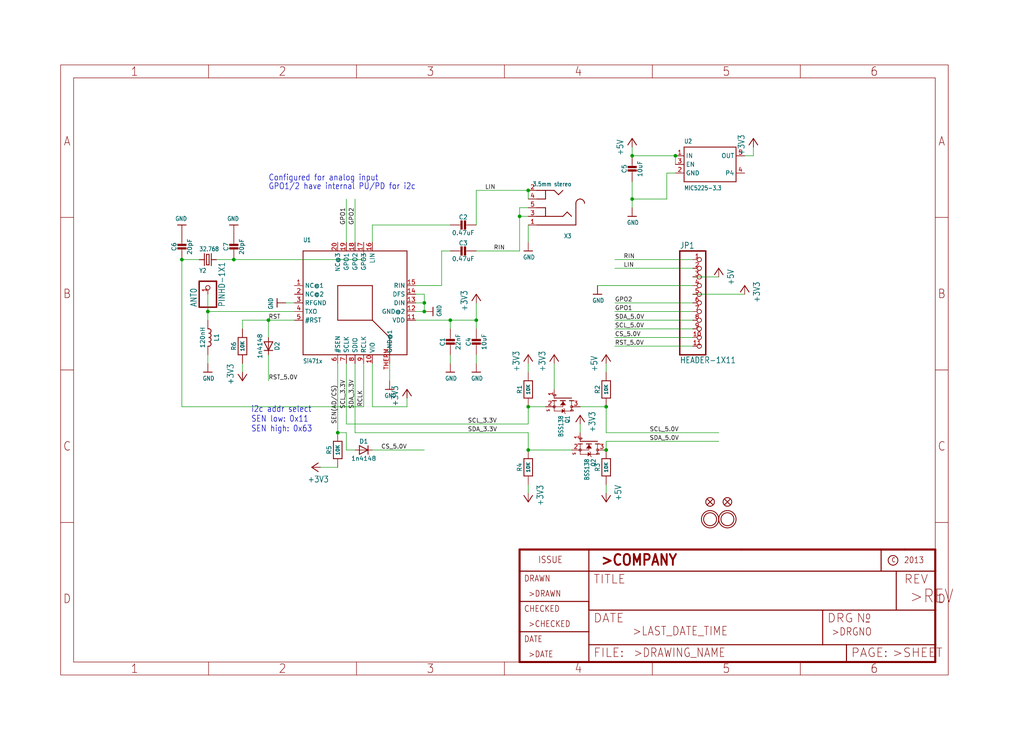
<source format=kicad_sch>
(kicad_sch (version 20211123) (generator eeschema)
  (paper "User" 300.38 217.881)
  (lib_symbols
    (symbol "eagleSchem-eagle-import:+3V3" (power)
      (property "Value" "+3V3" (at -2.54 -5.08 90))
      (symbol "+3V3_1_0"
        (polyline (pts (xy 0 0) (xy -1.27 -1.905)) (stroke (width 0.254)))
        (polyline (pts (xy 1.27 -1.905) (xy 0 0)) (stroke (width 0.254)))
        (pin power_in line (at 0 -2.54 90) (length 2.54) (name "+3V3") (number "1"))
      )
    )
    (symbol "eagleSchem-eagle-import:+5V" (power)
      (property "Value" "+5V" (at -2.54 -5.08 90))
      (symbol "+5V_1_0"
        (polyline (pts (xy 0 0) (xy -1.27 -1.905)) (stroke (width 0.254)))
        (polyline (pts (xy 1.27 -1.905) (xy 0 0)) (stroke (width 0.254)))
        (pin power_in line (at 0 -2.54 90) (length 2.54) (name "+5V") (number "1"))
      )
    )
    (symbol "eagleSchem-eagle-import:AUDIO_3.5MMJACK"
      (property "Reference" "X" (at -5.08 7.62 0))
      (property "Value" "AUDIO_3.5MMJACK" (at -5.08 -7.62 0))
      (symbol "AUDIO_3.5MMJACK_1_0"
        (arc (start -8.89 -1.27) (mid -8.518 -2.168) (end -7.62 -2.54) (stroke (width 0.254)))
        (arc (start -7.62 -2.54) (mid -6.722 -2.168) (end -6.35 -1.27) (stroke (width 0.254)))
        (polyline (pts (xy -6.35 5.08) (xy -6.35 -1.27)) (stroke (width 0.254)))
        (polyline (pts (xy -3.81 1.27) (xy -5.08 2.54)) (stroke (width 0.254)))
        (polyline (pts (xy -2.54 2.54) (xy -3.81 1.27)) (stroke (width 0.254)))
        (polyline (pts (xy -1.27 -3.81) (xy -2.54 -5.08)) (stroke (width 0.254)))
        (polyline (pts (xy 0 -5.08) (xy -1.27 -3.81)) (stroke (width 0.254)))
        (polyline (pts (xy 2.54 -5.08) (xy 0 -5.08)) (stroke (width 0.254)))
        (polyline (pts (xy 2.54 -2.54) (xy 2.54 -5.08)) (stroke (width 0.254)))
        (polyline (pts (xy 2.54 0) (xy 2.54 2.54)) (stroke (width 0.254)))
        (polyline (pts (xy 2.54 2.54) (xy -2.54 2.54)) (stroke (width 0.254)))
        (polyline (pts (xy 5.08 -5.08) (xy 2.54 -5.08)) (stroke (width 0.254)))
        (polyline (pts (xy 5.08 -2.54) (xy 2.54 -2.54)) (stroke (width 0.254)))
        (polyline (pts (xy 5.08 0) (xy 2.54 0)) (stroke (width 0.254)))
        (polyline (pts (xy 5.08 2.54) (xy 2.54 2.54)) (stroke (width 0.254)))
        (polyline (pts (xy 5.08 5.08) (xy -6.35 5.08)) (stroke (width 0.254)))
        (pin bidirectional line (at 7.62 5.08 180) (length 2.54) (name "P$1") (number "1"))
        (pin bidirectional line (at 7.62 -5.08 180) (length 2.54) (name "P$5") (number "2"))
        (pin bidirectional line (at 7.62 2.54 180) (length 2.54) (name "P$2") (number "3"))
        (pin bidirectional line (at 7.62 -2.54 180) (length 2.54) (name "P$4") (number "4"))
        (pin bidirectional line (at 7.62 0 180) (length 2.54) (name "P$3") (number "5"))
      )
    )
    (symbol "eagleSchem-eagle-import:CAP_CERAMIC0805-NOOUTLINE"
      (property "Reference" "C" (at -2.29 1.25 90))
      (property "Value" "CAP_CERAMIC0805-NOOUTLINE" (at 2.3 1.25 90))
      (symbol "CAP_CERAMIC0805-NOOUTLINE_1_0"
        (rectangle (start -1.27 0.508) (end 1.27 1.016) (fill (type outline)))
        (rectangle (start -1.27 1.524) (end 1.27 2.032) (fill (type outline)))
        (polyline (pts (xy 0 0.762) (xy 0 0)) (stroke (width 0.1524)))
        (polyline (pts (xy 0 2.54) (xy 0 1.778)) (stroke (width 0.1524)))
        (pin passive line (at 0 5.08 270) (length 2.54) (name "1") (number "1"))
        (pin passive line (at 0 -2.54 90) (length 2.54) (name "2") (number "2"))
      )
    )
    (symbol "eagleSchem-eagle-import:CRYSTAL8.0X3.8"
      (property "Reference" "Y" (at -2.54 2.54 0))
      (property "Value" "CRYSTAL8.0X3.8" (at -2.54 -3.81 0))
      (symbol "CRYSTAL8.0X3.8_1_0"
        (polyline (pts (xy -2.54 0) (xy -1.016 0)) (stroke (width 0.254)))
        (polyline (pts (xy -1.016 0) (xy -1.016 -1.778)) (stroke (width 0.254)))
        (polyline (pts (xy -1.016 1.778) (xy -1.016 0)) (stroke (width 0.254)))
        (polyline (pts (xy -0.381 -1.524) (xy 0.381 -1.524)) (stroke (width 0.254)))
        (polyline (pts (xy -0.381 1.524) (xy -0.381 -1.524)) (stroke (width 0.254)))
        (polyline (pts (xy 0.381 -1.524) (xy 0.381 1.524)) (stroke (width 0.254)))
        (polyline (pts (xy 0.381 1.524) (xy -0.381 1.524)) (stroke (width 0.254)))
        (polyline (pts (xy 1.016 0) (xy 1.016 -1.778)) (stroke (width 0.254)))
        (polyline (pts (xy 1.016 1.778) (xy 1.016 0)) (stroke (width 0.254)))
        (polyline (pts (xy 2.54 0) (xy 1.016 0)) (stroke (width 0.254)))
        (pin passive line (at -2.54 0 0) (length 0) (name "1") (number "P$1"))
        (pin passive line (at 2.54 0 180) (length 0) (name "2") (number "P$4"))
      )
    )
    (symbol "eagleSchem-eagle-import:DIODESOD-323"
      (property "Reference" "D" (at 0 2.54 0))
      (property "Value" "DIODESOD-323" (at 0 -2.5 0))
      (symbol "DIODESOD-323_1_0"
        (polyline (pts (xy -1.27 -1.27) (xy 1.27 0)) (stroke (width 0.254)))
        (polyline (pts (xy -1.27 1.27) (xy -1.27 -1.27)) (stroke (width 0.254)))
        (polyline (pts (xy 1.27 0) (xy -1.27 1.27)) (stroke (width 0.254)))
        (polyline (pts (xy 1.27 0) (xy 1.27 -1.27)) (stroke (width 0.254)))
        (polyline (pts (xy 1.27 1.27) (xy 1.27 0)) (stroke (width 0.254)))
        (pin passive line (at -2.54 0 0) (length 2.54) (name "A") (number "A"))
        (pin passive line (at 2.54 0 180) (length 2.54) (name "C") (number "C"))
      )
    )
    (symbol "eagleSchem-eagle-import:FIDUCIAL{dblquote}{dblquote}"
      (symbol "FIDUCIAL{dblquote}{dblquote}_1_0"
        (polyline (pts (xy -0.762 0.762) (xy 0.762 -0.762)) (stroke (width 0.254)))
        (polyline (pts (xy 0.762 0.762) (xy -0.762 -0.762)) (stroke (width 0.254)))
        (circle (center 0 0) (radius 1.27) (stroke (width 0.254)))
      )
    )
    (symbol "eagleSchem-eagle-import:FRAME_A4"
      (symbol "FRAME_A4_1_0"
        (polyline (pts (xy 0 44.7675) (xy 3.81 44.7675)))
        (polyline (pts (xy 0 89.535) (xy 3.81 89.535)))
        (polyline (pts (xy 0 134.3025) (xy 3.81 134.3025)))
        (polyline (pts (xy 3.81 3.81) (xy 3.81 175.26)))
        (polyline (pts (xy 43.3917 0) (xy 43.3917 3.81)))
        (polyline (pts (xy 43.3917 175.26) (xy 43.3917 179.07)))
        (polyline (pts (xy 86.7833 0) (xy 86.7833 3.81)))
        (polyline (pts (xy 86.7833 175.26) (xy 86.7833 179.07)))
        (polyline (pts (xy 130.175 0) (xy 130.175 3.81)))
        (polyline (pts (xy 130.175 175.26) (xy 130.175 179.07)))
        (polyline (pts (xy 173.5667 0) (xy 173.5667 3.81)))
        (polyline (pts (xy 173.5667 175.26) (xy 173.5667 179.07)))
        (polyline (pts (xy 216.9583 0) (xy 216.9583 3.81)))
        (polyline (pts (xy 216.9583 175.26) (xy 216.9583 179.07)))
        (polyline (pts (xy 256.54 3.81) (xy 3.81 3.81)))
        (polyline (pts (xy 256.54 3.81) (xy 256.54 8.89)) (stroke (width 0.1016)))
        (polyline (pts (xy 256.54 3.81) (xy 256.54 175.26)))
        (polyline (pts (xy 256.54 8.89) (xy 256.54 13.97)) (stroke (width 0.1016)))
        (polyline (pts (xy 256.54 13.97) (xy 256.54 19.05)) (stroke (width 0.1016)))
        (polyline (pts (xy 256.54 19.05) (xy 256.54 36.83)) (stroke (width 0.1016)))
        (polyline (pts (xy 256.54 44.7675) (xy 260.35 44.7675)))
        (polyline (pts (xy 256.54 89.535) (xy 260.35 89.535)))
        (polyline (pts (xy 256.54 134.3025) (xy 260.35 134.3025)))
        (polyline (pts (xy 256.54 175.26) (xy 3.81 175.26)))
        (polyline (pts (xy 0 0) (xy 260.35 0) (xy 260.35 179.07) (xy 0 179.07) (xy 0 0)))
        (text "1" (at 21.6958 1.905 0) (effects (font (size 2.54 2.286))))
        (text "1" (at 21.6958 177.165 0) (effects (font (size 2.54 2.286))))
        (text "2" (at 65.0875 1.905 0) (effects (font (size 2.54 2.286))))
        (text "2" (at 65.0875 177.165 0) (effects (font (size 2.54 2.286))))
        (text "3" (at 108.4792 1.905 0) (effects (font (size 2.54 2.286))))
        (text "3" (at 108.4792 177.165 0) (effects (font (size 2.54 2.286))))
        (text "4" (at 151.8708 1.905 0) (effects (font (size 2.54 2.286))))
        (text "4" (at 151.8708 177.165 0) (effects (font (size 2.54 2.286))))
        (text "5" (at 195.2625 1.905 0) (effects (font (size 2.54 2.286))))
        (text "5" (at 195.2625 177.165 0) (effects (font (size 2.54 2.286))))
        (text "6" (at 238.6542 1.905 0) (effects (font (size 2.54 2.286))))
        (text "6" (at 238.6542 177.165 0) (effects (font (size 2.54 2.286))))
        (text "A" (at 1.905 156.6863 0) (effects (font (size 2.54 2.286))))
        (text "A" (at 258.445 156.6863 0) (effects (font (size 2.54 2.286))))
        (text "B" (at 1.905 111.9188 0) (effects (font (size 2.54 2.286))))
        (text "B" (at 258.445 111.9188 0) (effects (font (size 2.54 2.286))))
        (text "C" (at 1.905 67.1513 0) (effects (font (size 2.54 2.286))))
        (text "C" (at 258.445 67.1513 0) (effects (font (size 2.54 2.286))))
        (text "D" (at 1.905 22.3838 0) (effects (font (size 2.54 2.286))))
        (text "D" (at 258.445 22.3838 0) (effects (font (size 2.54 2.286))))
      )
      (symbol "FRAME_A4_2_0"
        (polyline (pts (xy 1.27 -6.35) (xy 1.27 0)) (stroke (width 0.1016)))
        (polyline (pts (xy 1.27 0) (xy 82.55 0)) (stroke (width 0.1016)))
        (polyline (pts (xy 82.55 -6.35) (xy 1.27 -6.35)) (stroke (width 0.1016)))
        (polyline (pts (xy 82.55 0) (xy 82.55 -6.35)) (stroke (width 0.1016)))
        (text "PART OR WHOLE IS STRICTLY PROHIBITED WITHOUT WRITTEN PERMISSION!" (at 3.81 -5.08 0) (effects (font (size 1.27 1.0795)) (justify left bottom)))
        (text "PROPRIETARY" (at 3.81 -10.16 0) (effects (font (size 2.54 2.159) (thickness 0.4318) bold) (justify left bottom)))
        (text "THIS DRAWING CONTAINS CONFIDENTIAL INFORMATION. ANY REPRODUCTION IN" (at 3.81 -2.794 0) (effects (font (size 1.27 1.0795)) (justify left bottom)))
      )
      (symbol "FRAME_A4_3_0"
        (polyline (pts (xy 0 1.27) (xy 20.32 1.27)) (stroke (width 0.6096)))
        (polyline (pts (xy 0 10.16) (xy 0 1.27)) (stroke (width 0.6096)))
        (polyline (pts (xy 0 10.16) (xy 20.32 10.16)) (stroke (width 0.3048)))
        (polyline (pts (xy 0 19.05) (xy 0 10.16)) (stroke (width 0.6096)))
        (polyline (pts (xy 0 19.05) (xy 20.32 19.05)) (stroke (width 0.3048)))
        (polyline (pts (xy 0 27.94) (xy 0 19.05)) (stroke (width 0.6096)))
        (polyline (pts (xy 0 27.94) (xy 20.32 27.94)) (stroke (width 0.3048)))
        (polyline (pts (xy 0 34.29) (xy 0 27.94)) (stroke (width 0.6096)))
        (polyline (pts (xy 20.32 1.27) (xy 20.32 6.35)) (stroke (width 0.3048)))
        (polyline (pts (xy 20.32 1.27) (xy 95.885 1.27)) (stroke (width 0.6096)))
        (polyline (pts (xy 20.32 6.35) (xy 20.32 10.16)) (stroke (width 0.3048)))
        (polyline (pts (xy 20.32 6.35) (xy 88.9 6.35)) (stroke (width 0.3048)))
        (polyline (pts (xy 20.32 10.16) (xy 20.32 19.05)) (stroke (width 0.3048)))
        (polyline (pts (xy 20.32 16.51) (xy 20.32 19.05)) (stroke (width 0.3048)))
        (polyline (pts (xy 20.32 19.05) (xy 20.32 27.94)) (stroke (width 0.3048)))
        (polyline (pts (xy 20.32 27.94) (xy 20.32 34.29)) (stroke (width 0.3048)))
        (polyline (pts (xy 20.32 27.94) (xy 65.0875 27.94)) (stroke (width 0.3048)))
        (polyline (pts (xy 20.32 34.29) (xy 0 34.29)) (stroke (width 0.6096)))
        (polyline (pts (xy 65.0875 27.94) (xy 106.045 27.94)) (stroke (width 0.3048)))
        (polyline (pts (xy 65.0875 34.29) (xy 20.32 34.29)) (stroke (width 0.6096)))
        (polyline (pts (xy 88.9 6.35) (xy 95.885 6.35)) (stroke (width 0.3048)))
        (polyline (pts (xy 88.9 16.51) (xy 20.32 16.51)) (stroke (width 0.3048)))
        (polyline (pts (xy 88.9 16.51) (xy 88.9 6.35)) (stroke (width 0.3048)))
        (polyline (pts (xy 95.885 1.27) (xy 121.92 1.27)) (stroke (width 0.6096)))
        (polyline (pts (xy 95.885 6.35) (xy 95.885 1.27)) (stroke (width 0.3048)))
        (polyline (pts (xy 95.885 6.35) (xy 121.92 6.35)) (stroke (width 0.3048)))
        (polyline (pts (xy 101.6 13.0175) (xy 102.5525 13.0175)) (stroke (width 0.254)))
        (polyline (pts (xy 106.045 27.94) (xy 106.045 34.29)) (stroke (width 0.3048)))
        (polyline (pts (xy 106.045 27.94) (xy 110.49 27.94)) (stroke (width 0.3048)))
        (polyline (pts (xy 106.045 34.29) (xy 65.0875 34.29)) (stroke (width 0.6096)))
        (polyline (pts (xy 110.49 16.51) (xy 88.9 16.51)) (stroke (width 0.3048)))
        (polyline (pts (xy 110.49 27.94) (xy 110.49 16.51)) (stroke (width 0.3048)))
        (polyline (pts (xy 110.49 27.94) (xy 113.03 27.94)) (stroke (width 0.3048)))
        (polyline (pts (xy 113.03 27.94) (xy 121.92 27.94)) (stroke (width 0.3048)))
        (polyline (pts (xy 113.03 34.29) (xy 106.045 34.29)) (stroke (width 0.6096)))
        (polyline (pts (xy 121.92 6.35) (xy 121.92 1.27)) (stroke (width 0.6096)))
        (polyline (pts (xy 121.92 16.51) (xy 110.49 16.51)) (stroke (width 0.3048)))
        (polyline (pts (xy 121.92 16.51) (xy 121.92 6.35)) (stroke (width 0.6096)))
        (polyline (pts (xy 121.92 27.94) (xy 121.92 16.51)) (stroke (width 0.6096)))
        (polyline (pts (xy 121.92 34.29) (xy 113.03 34.29)) (stroke (width 0.6096)))
        (polyline (pts (xy 121.92 34.29) (xy 121.92 27.94)) (stroke (width 0.6096)))
        (circle (center 109.5375 31.115) (radius 1.4199) (stroke (width 0.254)))
        (text "2013" (at 112.7125 30.1625 0) (effects (font (size 1.778 1.5113)) (justify left bottom)))
        (text ">CHECKED" (at 2.54 11.43 0) (effects (font (size 1.778 1.5113)) (justify left bottom)))
        (text ">COMPANY" (at 23.6538 29.3687 0) (effects (font (size 3.175 2.6987) (thickness 0.5397) bold) (justify left bottom)))
        (text ">DATE" (at 2.54 2.54 0) (effects (font (size 1.778 1.5113)) (justify left bottom)))
        (text ">DRAWING_NAME" (at 33.3375 2.54 0) (effects (font (size 2.54 2.159)) (justify left bottom)))
        (text ">DRAWN" (at 2.54 20.32 0) (effects (font (size 1.778 1.5113)) (justify left bottom)))
        (text ">DRGNO" (at 91.44 8.89 0) (effects (font (size 2.1844 1.8567)) (justify left bottom)))
        (text ">LAST_DATE_TIME" (at 33.02 8.89 0) (effects (font (size 2.54 2.159)) (justify left bottom)))
        (text ">REV" (at 114.3 18.415 0) (effects (font (size 3.81 3.2385)) (justify left bottom)))
        (text ">SHEET" (at 109.22 2.54 0) (effects (font (size 2.54 2.54)) (justify left bottom)))
        (text "C" (at 109.0612 30.48 0) (effects (font (size 1.27 1.0795)) (justify left bottom)))
        (text "CHECKED" (at 1.27 15.875 0) (effects (font (size 1.778 1.5113)) (justify left bottom)))
        (text "DATE" (at 1.27 6.985 0) (effects (font (size 1.778 1.5113)) (justify left bottom)))
        (text "DATE" (at 21.59 12.7 0) (effects (font (size 2.54 2.54)) (justify left bottom)))
        (text "DRAWN" (at 1.27 24.765 0) (effects (font (size 1.778 1.5113)) (justify left bottom)))
        (text "DRG" (at 90.17 12.7 0) (effects (font (size 2.54 2.54)) (justify left bottom)))
        (text "FILE:" (at 21.59 2.54 0) (effects (font (size 2.54 2.54)) (justify left bottom)))
        (text "ISSUE" (at 5.3975 30.1625 0) (effects (font (size 1.9304 1.6408)) (justify left bottom)))
        (text "N" (at 98.7425 12.7 0) (effects (font (size 2.54 2.54)) (justify left bottom)))
        (text "o" (at 101.2825 13.6525 0) (effects (font (size 2.1844 1.8567)) (justify left bottom)))
        (text "PAGE:" (at 97.155 2.54 0) (effects (font (size 2.54 2.54)) (justify left bottom)))
        (text "REV" (at 112.7125 24.13 0) (effects (font (size 2.54 2.54)) (justify left bottom)))
        (text "TITLE" (at 21.59 24.13 0) (effects (font (size 2.54 2.54)) (justify left bottom)))
      )
    )
    (symbol "eagleSchem-eagle-import:GND" (power)
      (property "Value" "GND" (at -1.524 -2.54 0))
      (symbol "GND_1_0"
        (polyline (pts (xy -1.27 0) (xy 1.27 0)) (stroke (width 0.254)))
        (pin power_in line (at 0 2.54 270) (length 2.54) (name "GND") (number "1"))
      )
    )
    (symbol "eagleSchem-eagle-import:HEADER-1X11"
      (property "Reference" "JP" (at -6.35 15.875 0))
      (property "Value" "HEADER-1X11" (at -6.35 -17.78 0))
      (symbol "HEADER-1X11_1_0"
        (polyline (pts (xy -6.35 -15.24) (xy 1.27 -15.24)) (stroke (width 0.4064)))
        (polyline (pts (xy -6.35 15.24) (xy -6.35 -15.24)) (stroke (width 0.4064)))
        (polyline (pts (xy 1.27 -15.24) (xy 1.27 15.24)) (stroke (width 0.4064)))
        (polyline (pts (xy 1.27 15.24) (xy -6.35 15.24)) (stroke (width 0.4064)))
        (pin passive inverted (at -2.54 12.7 0) (length 2.54) (name "1") (number "1"))
        (pin passive inverted (at -2.54 -10.16 0) (length 2.54) (name "10") (number "10"))
        (pin passive inverted (at -2.54 -12.7 0) (length 2.54) (name "11") (number "11"))
        (pin passive inverted (at -2.54 10.16 0) (length 2.54) (name "2") (number "2"))
        (pin passive inverted (at -2.54 7.62 0) (length 2.54) (name "3") (number "3"))
        (pin passive inverted (at -2.54 5.08 0) (length 2.54) (name "4") (number "4"))
        (pin passive inverted (at -2.54 2.54 0) (length 2.54) (name "5") (number "5"))
        (pin passive inverted (at -2.54 0 0) (length 2.54) (name "6") (number "6"))
        (pin passive inverted (at -2.54 -2.54 0) (length 2.54) (name "7") (number "7"))
        (pin passive inverted (at -2.54 -5.08 0) (length 2.54) (name "8") (number "8"))
        (pin passive inverted (at -2.54 -7.62 0) (length 2.54) (name "9") (number "9"))
      )
    )
    (symbol "eagleSchem-eagle-import:INDUCTOR_0805"
      (property "Reference" "L" (at 0 2.54 0))
      (property "Value" "INDUCTOR_0805" (at 0 -1.54 0))
      (symbol "INDUCTOR_0805_1_0"
        (arc (start -1.27 0.3175) (mid -1.905 0.9524) (end -2.54 0.3175) (stroke (width 0.254)))
        (polyline (pts (xy -2.54 0.3175) (xy -2.54 0)) (stroke (width 0.254)))
        (polyline (pts (xy 2.54 0.3175) (xy 2.54 0)) (stroke (width 0.254)))
        (arc (start 0 0.3175) (mid -0.635 0.9524) (end -1.27 0.3175) (stroke (width 0.254)))
        (arc (start 1.27 0.3175) (mid 0.635 0.9524) (end 0 0.3175) (stroke (width 0.254)))
        (arc (start 2.54 0.3175) (mid 1.905 0.9524) (end 1.27 0.3175) (stroke (width 0.254)))
        (pin passive line (at -5.08 0 0) (length 2.54) (name "1") (number "1"))
        (pin passive line (at 5.08 0 180) (length 2.54) (name "2") (number "2"))
      )
    )
    (symbol "eagleSchem-eagle-import:MOSFET-NREFLOW"
      (property "Reference" "Q" (at 5.08 0.635 0))
      (property "Value" "MOSFET-NREFLOW" (at 5.08 -1.27 0))
      (symbol "MOSFET-NREFLOW_1_0"
        (polyline (pts (xy 0 2.54) (xy 0 -2.54)) (stroke (width 0.254)))
        (polyline (pts (xy 0.762 -2.54) (xy 0.762 -3.175)) (stroke (width 0.254)))
        (polyline (pts (xy 0.762 -1.905) (xy 0.762 -2.54)) (stroke (width 0.254)))
        (polyline (pts (xy 0.762 0) (xy 0.762 -0.762)) (stroke (width 0.254)))
        (polyline (pts (xy 0.762 0) (xy 2.54 0)) (stroke (width 0.1524)))
        (polyline (pts (xy 0.762 0.762) (xy 0.762 0)) (stroke (width 0.254)))
        (polyline (pts (xy 0.762 2.54) (xy 0.762 1.905)) (stroke (width 0.254)))
        (polyline (pts (xy 0.762 2.54) (xy 3.81 2.54)) (stroke (width 0.1524)))
        (polyline (pts (xy 0.762 3.175) (xy 0.762 2.54)) (stroke (width 0.254)))
        (polyline (pts (xy 2.54 -2.54) (xy 0.762 -2.54)) (stroke (width 0.1524)))
        (polyline (pts (xy 2.54 -2.54) (xy 3.81 -2.54)) (stroke (width 0.1524)))
        (polyline (pts (xy 2.54 0) (xy 2.54 -2.54)) (stroke (width 0.1524)))
        (polyline (pts (xy 3.302 0.508) (xy 3.048 0.254)) (stroke (width 0.1524)))
        (polyline (pts (xy 3.81 0.508) (xy 3.302 0.508)) (stroke (width 0.1524)))
        (polyline (pts (xy 3.81 0.508) (xy 3.81 -2.54)) (stroke (width 0.1524)))
        (polyline (pts (xy 3.81 2.54) (xy 3.81 0.508)) (stroke (width 0.1524)))
        (polyline (pts (xy 4.318 0.508) (xy 3.81 0.508)) (stroke (width 0.1524)))
        (polyline (pts (xy 4.572 0.762) (xy 4.318 0.508)) (stroke (width 0.1524)))
        (polyline (pts (xy 1.016 0) (xy 2.032 0.762) (xy 2.032 -0.762)) (fill (type outline)))
        (polyline (pts (xy 3.81 0.508) (xy 3.302 -0.254) (xy 4.318 -0.254)) (fill (type outline)))
        (circle (center 2.54 -2.54) (radius 0.3592))
        (circle (center 2.54 2.54) (radius 0.3592))
        (text "D" (at 3.175 3.175 0) (effects (font (size 0.8128 0.6908)) (justify left bottom)))
        (text "G" (at -1.27 -1.905 0) (effects (font (size 0.8128 0.6908)) (justify left bottom)))
        (text "S" (at 3.175 -3.81 0) (effects (font (size 0.8128 0.6908)) (justify left bottom)))
        (pin bidirectional line (at -2.54 -2.54 0) (length 2.54) (name "G") (number "1"))
        (pin bidirectional line (at 2.54 -5.08 90) (length 2.54) (name "S") (number "2"))
        (pin bidirectional line (at 2.54 5.08 270) (length 2.54) (name "D") (number "3"))
      )
    )
    (symbol "eagleSchem-eagle-import:MOUNTINGHOLE2.5"
      (symbol "MOUNTINGHOLE2.5_1_0"
        (circle (center 0 0) (radius 1.905) (stroke (width 0.254)))
        (circle (center 0 0) (radius 2.54) (stroke (width 0.254)))
      )
    )
    (symbol "eagleSchem-eagle-import:PINHD-1X1"
      (property "Reference" "JP" (at -6.35 3.175 0))
      (property "Value" "PINHD-1X1" (at -6.35 -5.08 0))
      (symbol "PINHD-1X1_1_0"
        (polyline (pts (xy -6.35 -2.54) (xy 1.27 -2.54)) (stroke (width 0.4064)))
        (polyline (pts (xy -6.35 2.54) (xy -6.35 -2.54)) (stroke (width 0.4064)))
        (polyline (pts (xy 1.27 -2.54) (xy 1.27 2.54)) (stroke (width 0.4064)))
        (polyline (pts (xy 1.27 2.54) (xy -6.35 2.54)) (stroke (width 0.4064)))
        (pin passive inverted (at -2.54 0 0) (length 2.54) (name "1") (number "1"))
      )
    )
    (symbol "eagleSchem-eagle-import:RESISTOR0805_NOOUTLINE"
      (property "Reference" "R" (at 0 2.54 0))
      (property "Value" "RESISTOR0805_NOOUTLINE" (at 0 0 0))
      (symbol "RESISTOR0805_NOOUTLINE_1_0"
        (polyline (pts (xy -2.54 -1.27) (xy -2.54 1.27)) (stroke (width 0.254)))
        (polyline (pts (xy -2.54 1.27) (xy 2.54 1.27)) (stroke (width 0.254)))
        (polyline (pts (xy 2.54 -1.27) (xy -2.54 -1.27)) (stroke (width 0.254)))
        (polyline (pts (xy 2.54 1.27) (xy 2.54 -1.27)) (stroke (width 0.254)))
        (pin passive line (at -5.08 0 0) (length 2.54) (name "1") (number "1"))
        (pin passive line (at 5.08 0 180) (length 2.54) (name "2") (number "2"))
      )
    )
    (symbol "eagleSchem-eagle-import:RESISTOR_0805MP"
      (property "Reference" "R" (at 0 2.54 0))
      (property "Value" "RESISTOR_0805MP" (at 0 0 0))
      (symbol "RESISTOR_0805MP_1_0"
        (polyline (pts (xy -2.54 -1.27) (xy -2.54 1.27)) (stroke (width 0.254)))
        (polyline (pts (xy -2.54 1.27) (xy 2.54 1.27)) (stroke (width 0.254)))
        (polyline (pts (xy 2.54 -1.27) (xy -2.54 -1.27)) (stroke (width 0.254)))
        (polyline (pts (xy 2.54 1.27) (xy 2.54 -1.27)) (stroke (width 0.254)))
        (pin passive line (at -5.08 0 0) (length 2.54) (name "1") (number "1"))
        (pin passive line (at 5.08 0 180) (length 2.54) (name "2") (number "2"))
      )
    )
    (symbol "eagleSchem-eagle-import:SI471X"
      (property "Reference" "U" (at -15.24 17.78 0))
      (property "Value" "SI471X" (at -15.24 -17.78 0))
      (symbol "SI471X_1_0"
        (polyline (pts (xy -15.24 -15.24) (xy -15.24 15.24)) (stroke (width 0.254)))
        (polyline (pts (xy -15.24 15.24) (xy 15.24 15.24)) (stroke (width 0.254)))
        (polyline (pts (xy -5.08 -5.08) (xy -5.08 5.08)) (stroke (width 0.254)))
        (polyline (pts (xy -5.08 5.08) (xy 5.08 5.08)) (stroke (width 0.254)))
        (polyline (pts (xy 5.08 -5.08) (xy -5.08 -5.08)) (stroke (width 0.254)))
        (polyline (pts (xy 5.08 -5.08) (xy 10.16 -10.16)) (stroke (width 0.254)))
        (polyline (pts (xy 5.08 5.08) (xy 5.08 -5.08)) (stroke (width 0.254)))
        (polyline (pts (xy 10.16 -10.16) (xy 10.16 -15.24)) (stroke (width 0.254)))
        (polyline (pts (xy 15.24 -15.24) (xy -15.24 -15.24)) (stroke (width 0.254)))
        (polyline (pts (xy 15.24 15.24) (xy 15.24 -15.24)) (stroke (width 0.254)))
        (pin bidirectional line (at -17.78 5.08 0) (length 2.54) (name "NC@1") (number "1"))
        (pin bidirectional line (at 5.08 -17.78 90) (length 2.54) (name "VIO") (number "10"))
        (pin bidirectional line (at 17.78 -5.08 180) (length 2.54) (name "VDD") (number "11"))
        (pin bidirectional line (at 17.78 -2.54 180) (length 2.54) (name "GND@2") (number "12"))
        (pin bidirectional line (at 17.78 0 180) (length 2.54) (name "DIN") (number "13"))
        (pin bidirectional line (at 17.78 2.54 180) (length 2.54) (name "DFS") (number "14"))
        (pin bidirectional line (at 17.78 5.08 180) (length 2.54) (name "RIN") (number "15"))
        (pin bidirectional line (at 5.08 17.78 270) (length 2.54) (name "LIN") (number "16"))
        (pin bidirectional line (at 2.54 17.78 270) (length 2.54) (name "GPO3") (number "17"))
        (pin bidirectional line (at 0 17.78 270) (length 2.54) (name "GPO2") (number "18"))
        (pin bidirectional line (at -2.54 17.78 270) (length 2.54) (name "GPO1") (number "19"))
        (pin bidirectional line (at -17.78 2.54 0) (length 2.54) (name "NC@2") (number "2"))
        (pin bidirectional line (at -5.08 17.78 270) (length 2.54) (name "NC@3") (number "20"))
        (pin bidirectional line (at -17.78 0 0) (length 2.54) (name "RFGND") (number "3"))
        (pin bidirectional line (at -17.78 -2.54 0) (length 2.54) (name "TXO") (number "4"))
        (pin bidirectional line (at -17.78 -5.08 0) (length 2.54) (name "#RST") (number "5"))
        (pin bidirectional line (at -5.08 -17.78 90) (length 2.54) (name "#SEN") (number "6"))
        (pin bidirectional line (at -2.54 -17.78 90) (length 2.54) (name "SCLK") (number "7"))
        (pin bidirectional line (at 0 -17.78 90) (length 2.54) (name "SDIO") (number "8"))
        (pin bidirectional line (at 2.54 -17.78 90) (length 2.54) (name "RCLK") (number "9"))
        (pin bidirectional line (at 10.16 -17.78 90) (length 2.54) (name "GND@1") (number "THERM"))
      )
    )
    (symbol "eagleSchem-eagle-import:VREG_SOT23-5"
      (property "Reference" "U" (at -7.62 6.096 0))
      (property "Value" "VREG_SOT23-5" (at -7.62 -7.62 0))
      (symbol "VREG_SOT23-5_1_0"
        (polyline (pts (xy -7.62 -5.08) (xy -7.62 5.08)) (stroke (width 0.254)))
        (polyline (pts (xy -7.62 5.08) (xy 7.62 5.08)) (stroke (width 0.254)))
        (polyline (pts (xy 7.62 -5.08) (xy -7.62 -5.08)) (stroke (width 0.254)))
        (polyline (pts (xy 7.62 5.08) (xy 7.62 -5.08)) (stroke (width 0.254)))
        (pin power_in line (at -10.16 2.54 0) (length 2.54) (name "IN") (number "1"))
        (pin power_in line (at -10.16 -2.54 0) (length 2.54) (name "GND") (number "2"))
        (pin input line (at -10.16 0 0) (length 2.54) (name "EN") (number "3"))
        (pin bidirectional line (at 10.16 -2.54 180) (length 2.54) (name "P4") (number "4"))
        (pin power_in line (at 10.16 2.54 180) (length 2.54) (name "OUT") (number "5"))
      )
    )
  )
  (junction (at 198.12 45.72))
  (junction (at 185.42 45.72))
  (junction (at 154.94 55.88))
  (junction (at 68.58 76.2))
  (junction (at 99.06 127))
  (junction (at 139.7 93.98))
  (junction (at 132.08 93.98))
  (junction (at 177.8 119.38))
  (junction (at 185.42 58.42))
  (junction (at 60.96 91.44))
  (junction (at 124.46 91.44))
  (junction (at 124.46 88.9))
  (junction (at 78.74 93.98))
  (junction (at 177.8 132.08))
  (junction (at 154.94 132.08))
  (junction (at 53.34 76.2))
  (junction (at 152.4 63.5))
  (junction (at 154.94 119.38))
  (wire (pts (xy 139.7 93.98) (xy 139.7 96.52)))
  (wire (pts (xy 109.22 119.38) (xy 119.38 119.38)))
  (wire (pts (xy 121.92 91.44) (xy 124.46 91.44)))
  (wire (pts (xy 180.34 93.98) (xy 203.2 93.98)))
  (wire (pts (xy 86.36 91.44) (xy 60.96 91.44)))
  (wire (pts (xy 119.38 119.38) (xy 119.38 116.84)))
  (wire (pts (xy 177.8 144.78) (xy 177.8 142.24)))
  (wire (pts (xy 152.4 73.66) (xy 152.4 63.5)))
  (wire (pts (xy 177.8 106.68) (xy 177.8 109.22)))
  (wire (pts (xy 106.68 76.2) (xy 106.68 71.12)))
  (wire (pts (xy 60.96 86.36) (xy 60.96 91.44)))
  (wire (pts (xy 60.96 91.44) (xy 60.96 93.98)))
  (wire (pts (xy 177.8 127) (xy 210.82 127)))
  (wire (pts (xy 109.22 66.04) (xy 132.08 66.04)))
  (wire (pts (xy 185.42 58.42) (xy 185.42 53.34)))
  (wire (pts (xy 53.34 76.2) (xy 58.42 76.2)))
  (wire (pts (xy 109.22 106.68) (xy 109.22 119.38)))
  (wire (pts (xy 63.5 76.2) (xy 68.58 76.2)))
  (wire (pts (xy 154.94 63.5) (xy 152.4 63.5)))
  (wire (pts (xy 132.08 93.98) (xy 139.7 93.98)))
  (wire (pts (xy 185.42 43.18) (xy 185.42 45.72)))
  (wire (pts (xy 154.94 124.46) (xy 154.94 119.38)))
  (wire (pts (xy 99.06 106.68) (xy 99.06 127)))
  (wire (pts (xy 101.6 132.08) (xy 104.14 132.08)))
  (wire (pts (xy 195.58 50.8) (xy 195.58 58.42)))
  (wire (pts (xy 152.4 63.5) (xy 152.4 60.96)))
  (wire (pts (xy 104.14 106.68) (xy 104.14 127)))
  (wire (pts (xy 177.8 129.54) (xy 210.82 129.54)))
  (wire (pts (xy 121.92 93.98) (xy 132.08 93.98)))
  (wire (pts (xy 121.92 83.82) (xy 129.54 83.82)))
  (wire (pts (xy 154.94 144.78) (xy 154.94 142.24)))
  (wire (pts (xy 139.7 55.88) (xy 154.94 55.88)))
  (wire (pts (xy 68.58 76.2) (xy 106.68 76.2)))
  (wire (pts (xy 177.8 119.38) (xy 177.8 127)))
  (wire (pts (xy 195.58 58.42) (xy 185.42 58.42)))
  (wire (pts (xy 154.94 71.12) (xy 154.94 66.04)))
  (wire (pts (xy 162.56 114.3) (xy 162.56 106.68)))
  (wire (pts (xy 218.44 45.72) (xy 220.98 45.72)))
  (wire (pts (xy 132.08 93.98) (xy 132.08 96.52)))
  (wire (pts (xy 71.12 106.68) (xy 71.12 109.22)))
  (wire (pts (xy 101.6 127) (xy 101.6 132.08)))
  (wire (pts (xy 106.68 106.68) (xy 106.68 119.38)))
  (wire (pts (xy 154.94 127) (xy 104.14 127)))
  (wire (pts (xy 218.44 86.36) (xy 203.2 86.36)))
  (wire (pts (xy 154.94 55.88) (xy 154.94 58.42)))
  (wire (pts (xy 167.64 132.08) (xy 154.94 132.08)))
  (wire (pts (xy 170.18 119.38) (xy 177.8 119.38)))
  (wire (pts (xy 109.22 132.08) (xy 124.46 132.08)))
  (wire (pts (xy 86.36 93.98) (xy 78.74 93.98)))
  (wire (pts (xy 154.94 106.68) (xy 154.94 109.22)))
  (wire (pts (xy 170.18 124.46) (xy 170.18 127)))
  (wire (pts (xy 114.3 106.68) (xy 114.3 111.76)))
  (wire (pts (xy 132.08 104.14) (xy 132.08 106.68)))
  (wire (pts (xy 101.6 106.68) (xy 101.6 124.46)))
  (wire (pts (xy 101.6 58.42) (xy 101.6 71.12)))
  (wire (pts (xy 203.2 91.44) (xy 180.34 91.44)))
  (wire (pts (xy 129.54 83.82) (xy 129.54 73.66)))
  (wire (pts (xy 139.7 104.14) (xy 139.7 106.68)))
  (wire (pts (xy 154.94 132.08) (xy 154.94 127)))
  (wire (pts (xy 121.92 88.9) (xy 124.46 88.9)))
  (wire (pts (xy 78.74 104.14) (xy 78.74 111.76)))
  (wire (pts (xy 109.22 71.12) (xy 109.22 66.04)))
  (wire (pts (xy 154.94 119.38) (xy 160.02 119.38)))
  (wire (pts (xy 185.42 58.42) (xy 185.42 60.96)))
  (wire (pts (xy 180.34 78.74) (xy 203.2 78.74)))
  (wire (pts (xy 53.34 119.38) (xy 53.34 76.2)))
  (wire (pts (xy 203.2 81.28) (xy 210.82 81.28)))
  (wire (pts (xy 139.7 66.04) (xy 139.7 55.88)))
  (wire (pts (xy 203.2 76.2) (xy 180.34 76.2)))
  (wire (pts (xy 203.2 83.82) (xy 175.26 83.82)))
  (wire (pts (xy 78.74 93.98) (xy 71.12 93.98)))
  (wire (pts (xy 198.12 50.8) (xy 195.58 50.8)))
  (wire (pts (xy 177.8 132.08) (xy 177.8 129.54)))
  (wire (pts (xy 198.12 45.72) (xy 185.42 45.72)))
  (wire (pts (xy 106.68 119.38) (xy 53.34 119.38)))
  (wire (pts (xy 203.2 96.52) (xy 180.34 96.52)))
  (wire (pts (xy 124.46 86.36) (xy 124.46 88.9)))
  (wire (pts (xy 71.12 93.98) (xy 71.12 96.52)))
  (wire (pts (xy 198.12 48.26) (xy 198.12 45.72)))
  (wire (pts (xy 203.2 101.6) (xy 180.34 101.6)))
  (wire (pts (xy 104.14 71.12) (xy 104.14 58.42)))
  (wire (pts (xy 139.7 73.66) (xy 152.4 73.66)))
  (wire (pts (xy 86.36 88.9) (xy 83.82 88.9)))
  (wire (pts (xy 60.96 104.14) (xy 60.96 106.68)))
  (wire (pts (xy 78.74 93.98) (xy 78.74 99.06)))
  (wire (pts (xy 139.7 88.9) (xy 139.7 93.98)))
  (wire (pts (xy 93.98 137.16) (xy 99.06 137.16)))
  (wire (pts (xy 129.54 73.66) (xy 132.08 73.66)))
  (wire (pts (xy 220.98 45.72) (xy 220.98 43.18)))
  (wire (pts (xy 124.46 88.9) (xy 124.46 91.44)))
  (wire (pts (xy 154.94 124.46) (xy 101.6 124.46)))
  (wire (pts (xy 203.2 99.06) (xy 180.34 99.06)))
  (wire (pts (xy 152.4 60.96) (xy 154.94 60.96)))
  (wire (pts (xy 203.2 88.9) (xy 180.34 88.9)))
  (wire (pts (xy 121.92 86.36) (xy 124.46 86.36)))
  (wire (pts (xy 99.06 127) (xy 101.6 127)))
  (text "GPO1/2 have internal PU/PD for i2c" (at 78.74 55.88 180) (effects (font (size 1.778 1.5113)) (justify left bottom)))
  (text "Configured for analog input" (at 78.74 53.34 180) (effects (font (size 1.778 1.5113)) (justify left bottom)))
  (text "i2c addr select\nSEN low: 0x11\nSEN high: 0x63" (at 73.66 127 180) (effects (font (size 1.778 1.5113)) (justify left bottom)))
  (label "SDA_5.0V" (at 180.34 93.98 0) (effects (font (size 1.2446 1.2446))))
  (label "RCLK" (at 106.68 119.38 90) (effects (font (size 1.2446 1.2446))))
  (label "SEN(AD/CS)" (at 99.06 124.46 90) (effects (font (size 1.2446 1.2446))))
  (label "SCL_3.3V" (at 137.16 124.46 0) (effects (font (size 1.2446 1.2446))))
  (label "GPO2" (at 180.34 88.9 0) (effects (font (size 1.2446 1.2446))))
  (label "SCL_3.3V" (at 101.6 120.015 90) (effects (font (size 1.2446 1.2446))))
  (label "RST_5.0V" (at 78.74 111.76 0) (effects (font (size 1.2446 1.2446))))
  (label "RIN" (at 144.78 73.66 0) (effects (font (size 1.2446 1.2446))))
  (label "RST" (at 78.74 93.98 0) (effects (font (size 1.2446 1.2446))))
  (label "SDA_3.3V" (at 104.14 120.015 90) (effects (font (size 1.2446 1.2446))))
  (label "CS_5.0V" (at 180.34 99.06 0) (effects (font (size 1.2446 1.2446))))
  (label "LIN" (at 142.24 55.88 0) (effects (font (size 1.2446 1.2446))))
  (label "GPO2" (at 104.14 66.04 90) (effects (font (size 1.2446 1.2446))))
  (label "LIN" (at 182.88 78.74 0) (effects (font (size 1.2446 1.2446))))
  (label "CS_5.0V" (at 111.76 132.08 0) (effects (font (size 1.2446 1.2446))))
  (label "RIN" (at 182.88 76.2 0) (effects (font (size 1.2446 1.2446))))
  (label "SDA_5.0V" (at 190.5 129.54 0) (effects (font (size 1.2446 1.2446))))
  (label "RST_5.0V" (at 180.34 101.6 0) (effects (font (size 1.2446 1.2446))))
  (label "SDA_3.3V" (at 137.16 127 0) (effects (font (size 1.2446 1.2446))))
  (label "SCL_5.0V" (at 190.5 127 0) (effects (font (size 1.2446 1.2446))))
  (label "GPO1" (at 101.6 66.04 90) (effects (font (size 1.2446 1.2446))))
  (label "SCL_5.0V" (at 180.34 96.52 0) (effects (font (size 1.2446 1.2446))))
  (label "GPO1" (at 180.34 91.44 0) (effects (font (size 1.2446 1.2446))))
  (symbol (lib_id "eagleSchem-eagle-import:CRYSTAL8.0X3.8") (at 60.96 76.2 0) (mirror x) (unit 1)
    (property "Reference" "Y2" (at 58.42 78.74 0) (effects (font (size 1.27 1.0795)) (justify left bottom)))
    (property "Value" "32.768" (at 58.42 72.39 0) (effects (font (size 1.27 1.0795)) (justify left bottom)))
    (property "Footprint" "eagleSchem:CRYSTAL_8X3.8" (effects hide))
  )
  (symbol (lib_id "eagleSchem-eagle-import:+3V3") (at 139.7 86.36 0) (unit 1)
    (property "Reference" "#+3V8" (effects hide))
    (property "Value" "+3V3" (at 137.16 91.44 90) (effects (font (size 1.778 1.5113)) (justify left bottom)))
    (property "Footprint" "eagleSchem:" (effects hide))
  )
  (symbol (lib_id "eagleSchem-eagle-import:RESISTOR_0805MP") (at 177.8 114.3 90) (unit 1)
    (property "Reference" "R2" (at 175.26 114.3 0))
    (property "Value" "10K" (at 177.8 114.3 0) (effects (font (size 1.016 1.016) bold)))
    (property "Footprint" "eagleSchem:_0805MP" (effects hide))
  )
  (symbol (lib_id "eagleSchem-eagle-import:+5V") (at 210.82 78.74 0) (mirror y) (unit 1)
    (property "Reference" "#P+2" (effects hide))
    (property "Value" "+5V" (at 213.36 83.82 90) (effects (font (size 1.778 1.5113)) (justify left bottom)))
    (property "Footprint" "eagleSchem:" (effects hide))
  )
  (symbol (lib_id "eagleSchem-eagle-import:+3V3") (at 220.98 40.64 0) (unit 1)
    (property "Reference" "#+3V7" (effects hide))
    (property "Value" "+3V3" (at 218.44 45.72 90) (effects (font (size 1.778 1.5113)) (justify left bottom)))
    (property "Footprint" "eagleSchem:" (effects hide))
  )
  (symbol (lib_id "eagleSchem-eagle-import:FIDUCIAL{dblquote}{dblquote}") (at 208.28 147.32 0) (unit 1)
    (property "Reference" "FID2" (effects hide))
    (property "Value" "FIDUCIAL{dblquote}{dblquote}" (effects hide))
    (property "Footprint" "eagleSchem:FIDUCIAL_1MM" (effects hide))
  )
  (symbol (lib_id "eagleSchem-eagle-import:HEADER-1X11") (at 205.74 88.9 0) (unit 1)
    (property "Reference" "JP1" (at 199.39 73.025 0) (effects (font (size 1.778 1.5113)) (justify left bottom)))
    (property "Value" "HEADER-1X11" (at 199.39 106.68 0) (effects (font (size 1.778 1.5113)) (justify left bottom)))
    (property "Footprint" "eagleSchem:1X11_ROUND" (effects hide))
  )
  (symbol (lib_id "eagleSchem-eagle-import:RESISTOR0805_NOOUTLINE") (at 99.06 132.08 90) (unit 1)
    (property "Reference" "R5" (at 96.52 132.08 0))
    (property "Value" "10K" (at 99.06 132.08 0) (effects (font (size 1.016 1.016) bold)))
    (property "Footprint" "eagleSchem:0805-NO" (effects hide))
  )
  (symbol (lib_id "eagleSchem-eagle-import:+3V3") (at 218.44 83.82 0) (mirror y) (unit 1)
    (property "Reference" "#+3V10" (effects hide))
    (property "Value" "+3V3" (at 220.98 88.9 90) (effects (font (size 1.778 1.5113)) (justify left bottom)))
    (property "Footprint" "eagleSchem:" (effects hide))
  )
  (symbol (lib_id "eagleSchem-eagle-import:INDUCTOR_0805") (at 60.96 99.06 270) (unit 1)
    (property "Reference" "L1" (at 63.5 99.06 0))
    (property "Value" "120nH" (at 59.42 99.06 0))
    (property "Footprint" "eagleSchem:_0805" (effects hide))
  )
  (symbol (lib_id "eagleSchem-eagle-import:RESISTOR0805_NOOUTLINE") (at 154.94 114.3 90) (unit 1)
    (property "Reference" "R1" (at 152.4 114.3 0))
    (property "Value" "10K" (at 154.94 114.3 0) (effects (font (size 1.016 1.016) bold)))
    (property "Footprint" "eagleSchem:0805-NO" (effects hide))
  )
  (symbol (lib_id "eagleSchem-eagle-import:+3V3") (at 91.44 137.16 90) (unit 1)
    (property "Reference" "#+3V1" (effects hide))
    (property "Value" "+3V3" (at 96.52 139.7 90) (effects (font (size 1.778 1.5113)) (justify left bottom)))
    (property "Footprint" "eagleSchem:" (effects hide))
  )
  (symbol (lib_id "eagleSchem-eagle-import:GND") (at 114.3 114.3 0) (unit 1)
    (property "Reference" "#U$4" (effects hide))
    (property "Value" "GND" (at 112.776 116.84 0) (effects (font (size 1.27 1.0795)) (justify left bottom)))
    (property "Footprint" "eagleSchem:" (effects hide))
  )
  (symbol (lib_id "eagleSchem-eagle-import:GND") (at 53.34 66.04 180) (unit 1)
    (property "Reference" "#U$6" (effects hide))
    (property "Value" "GND" (at 54.864 63.5 0) (effects (font (size 1.27 1.0795)) (justify left bottom)))
    (property "Footprint" "eagleSchem:" (effects hide))
  )
  (symbol (lib_id "eagleSchem-eagle-import:GND") (at 60.96 109.22 0) (unit 1)
    (property "Reference" "#U$2" (effects hide))
    (property "Value" "GND" (at 59.436 111.76 0) (effects (font (size 1.27 1.0795)) (justify left bottom)))
    (property "Footprint" "eagleSchem:" (effects hide))
  )
  (symbol (lib_id "eagleSchem-eagle-import:+3V3") (at 71.12 111.76 0) (mirror x) (unit 1)
    (property "Reference" "#+3V6" (effects hide))
    (property "Value" "+3V3" (at 68.58 106.68 90) (effects (font (size 1.778 1.5113)) (justify left bottom)))
    (property "Footprint" "eagleSchem:" (effects hide))
  )
  (symbol (lib_id "eagleSchem-eagle-import:CAP_CERAMIC0805-NOOUTLINE") (at 53.34 73.66 0) (unit 1)
    (property "Reference" "C6" (at 51.05 72.41 90))
    (property "Value" "20pF" (at 55.64 72.41 90))
    (property "Footprint" "eagleSchem:0805-NO" (effects hide))
  )
  (symbol (lib_id "eagleSchem-eagle-import:RESISTOR0805_NOOUTLINE") (at 177.8 137.16 90) (unit 1)
    (property "Reference" "R3" (at 175.26 137.16 0))
    (property "Value" "10K" (at 177.8 137.16 0) (effects (font (size 1.016 1.016) bold)))
    (property "Footprint" "eagleSchem:0805-NO" (effects hide))
  )
  (symbol (lib_id "eagleSchem-eagle-import:+5V") (at 177.8 104.14 0) (unit 1)
    (property "Reference" "#P+1" (effects hide))
    (property "Value" "+5V" (at 175.26 109.22 90) (effects (font (size 1.778 1.5113)) (justify left bottom)))
    (property "Footprint" "eagleSchem:" (effects hide))
  )
  (symbol (lib_id "eagleSchem-eagle-import:MOSFET-NREFLOW") (at 172.72 129.54 270) (unit 1)
    (property "Reference" "Q2" (at 173.355 134.62 0) (effects (font (size 1.27 1.0795)) (justify left bottom)))
    (property "Value" "BSS138" (at 171.45 134.62 0) (effects (font (size 1.27 1.0795)) (justify left bottom)))
    (property "Footprint" "eagleSchem:SOT23" (effects hide))
  )
  (symbol (lib_id "eagleSchem-eagle-import:AUDIO_3.5MMJACK") (at 162.56 60.96 180) (unit 1)
    (property "Reference" "X3" (at 167.64 68.58 0) (effects (font (size 1.27 1.0795)) (justify left bottom)))
    (property "Value" "3.5mm stereo" (at 167.64 53.34 0) (effects (font (size 1.27 1.0795)) (justify left bottom)))
    (property "Footprint" "eagleSchem:4UCONN_19269" (effects hide))
  )
  (symbol (lib_id "eagleSchem-eagle-import:GND") (at 185.42 63.5 0) (unit 1)
    (property "Reference" "#U$3" (effects hide))
    (property "Value" "GND" (at 183.896 66.04 0) (effects (font (size 1.27 1.0795)) (justify left bottom)))
    (property "Footprint" "eagleSchem:" (effects hide))
  )
  (symbol (lib_id "eagleSchem-eagle-import:CAP_CERAMIC0805-NOOUTLINE") (at 139.7 101.6 0) (unit 1)
    (property "Reference" "C4" (at 137.41 100.35 90))
    (property "Value" "10uF" (at 142 100.35 90))
    (property "Footprint" "eagleSchem:0805-NO" (effects hide))
  )
  (symbol (lib_id "eagleSchem-eagle-import:+3V3") (at 154.94 147.32 180) (unit 1)
    (property "Reference" "#+3V5" (effects hide))
    (property "Value" "+3V3" (at 157.48 142.24 90) (effects (font (size 1.778 1.5113)) (justify left bottom)))
    (property "Footprint" "eagleSchem:" (effects hide))
  )
  (symbol (lib_id "eagleSchem-eagle-import:GND") (at 132.08 109.22 0) (unit 1)
    (property "Reference" "#U$8" (effects hide))
    (property "Value" "GND" (at 130.556 111.76 0) (effects (font (size 1.27 1.0795)) (justify left bottom)))
    (property "Footprint" "eagleSchem:" (effects hide))
  )
  (symbol (lib_id "eagleSchem-eagle-import:MOSFET-NREFLOW") (at 165.1 116.84 270) (unit 1)
    (property "Reference" "Q1" (at 165.735 121.92 0) (effects (font (size 1.27 1.0795)) (justify left bottom)))
    (property "Value" "BSS138" (at 163.83 121.92 0) (effects (font (size 1.27 1.0795)) (justify left bottom)))
    (property "Footprint" "eagleSchem:SOT23" (effects hide))
  )
  (symbol (lib_id "eagleSchem-eagle-import:DIODESOD-323") (at 106.68 132.08 0) (unit 1)
    (property "Reference" "D1" (at 106.68 129.54 0))
    (property "Value" "1n4148" (at 106.68 134.58 0))
    (property "Footprint" "eagleSchem:SOD-323" (effects hide))
  )
  (symbol (lib_id "eagleSchem-eagle-import:GND") (at 81.28 88.9 270) (unit 1)
    (property "Reference" "#U$1" (effects hide))
    (property "Value" "GND" (at 78.74 87.376 0) (effects (font (size 1.27 1.0795)) (justify left bottom)))
    (property "Footprint" "eagleSchem:" (effects hide))
  )
  (symbol (lib_id "eagleSchem-eagle-import:MOUNTINGHOLE2.5") (at 213.36 152.4 0) (unit 1)
    (property "Reference" "U$15" (effects hide))
    (property "Value" "MOUNTINGHOLE2.5" (effects hide))
    (property "Footprint" "eagleSchem:MOUNTINGHOLE_2.5_PLATED" (effects hide))
  )
  (symbol (lib_id "eagleSchem-eagle-import:+3V3") (at 119.38 114.3 0) (unit 1)
    (property "Reference" "#+3V9" (effects hide))
    (property "Value" "+3V3" (at 116.84 119.38 90) (effects (font (size 1.778 1.5113)) (justify left bottom)))
    (property "Footprint" "eagleSchem:" (effects hide))
  )
  (symbol (lib_id "eagleSchem-eagle-import:GND") (at 127 91.44 90) (unit 1)
    (property "Reference" "#U$5" (effects hide))
    (property "Value" "GND" (at 129.54 92.964 0) (effects (font (size 1.27 1.0795)) (justify left bottom)))
    (property "Footprint" "eagleSchem:" (effects hide))
  )
  (symbol (lib_id "eagleSchem-eagle-import:+3V3") (at 162.56 104.14 0) (unit 1)
    (property "Reference" "#+3V2" (effects hide))
    (property "Value" "+3V3" (at 160.02 109.22 90) (effects (font (size 1.778 1.5113)) (justify left bottom)))
    (property "Footprint" "eagleSchem:" (effects hide))
  )
  (symbol (lib_id "eagleSchem-eagle-import:RESISTOR_0805MP") (at 154.94 137.16 90) (unit 1)
    (property "Reference" "R4" (at 152.4 137.16 0))
    (property "Value" "10K" (at 154.94 137.16 0) (effects (font (size 1.016 1.016) bold)))
    (property "Footprint" "eagleSchem:_0805MP" (effects hide))
  )
  (symbol (lib_id "eagleSchem-eagle-import:+3V3") (at 154.94 104.14 0) (unit 1)
    (property "Reference" "#+3V4" (effects hide))
    (property "Value" "+3V3" (at 152.4 109.22 90) (effects (font (size 1.778 1.5113)) (justify left bottom)))
    (property "Footprint" "eagleSchem:" (effects hide))
  )
  (symbol (lib_id "eagleSchem-eagle-import:PINHD-1X1") (at 60.96 83.82 90) (unit 1)
    (property "Reference" "ANT0" (at 57.785 90.17 0) (effects (font (size 1.778 1.5113)) (justify left bottom)))
    (property "Value" "PINHD-1X1" (at 66.04 90.17 0) (effects (font (size 1.778 1.5113)) (justify left bottom)))
    (property "Footprint" "eagleSchem:1X01" (effects hide))
  )
  (symbol (lib_id "eagleSchem-eagle-import:RESISTOR0805_NOOUTLINE") (at 71.12 101.6 90) (unit 1)
    (property "Reference" "R6" (at 68.58 101.6 0))
    (property "Value" "10K" (at 71.12 101.6 0) (effects (font (size 1.016 1.016) bold)))
    (property "Footprint" "eagleSchem:0805-NO" (effects hide))
  )
  (symbol (lib_id "eagleSchem-eagle-import:MOUNTINGHOLE2.5") (at 208.28 152.4 0) (unit 1)
    (property "Reference" "U$17" (effects hide))
    (property "Value" "MOUNTINGHOLE2.5" (effects hide))
    (property "Footprint" "eagleSchem:MOUNTINGHOLE_2.5_PLATED" (effects hide))
  )
  (symbol (lib_id "eagleSchem-eagle-import:SI471X") (at 104.14 88.9 0) (unit 1)
    (property "Reference" "U1" (at 88.9 71.12 0) (effects (font (size 1.27 1.0795)) (justify left bottom)))
    (property "Value" "Si471x" (at 88.9 106.68 0) (effects (font (size 1.27 1.0795)) (justify left bottom)))
    (property "Footprint" "eagleSchem:SI471X" (effects hide))
  )
  (symbol (lib_id "eagleSchem-eagle-import:FRAME_A4") (at 17.78 198.12 0) (unit 1)
    (property "Reference" "#FRAME1" (effects hide))
    (property "Value" "FRAME_A4" (effects hide))
    (property "Footprint" "eagleSchem:" (effects hide))
  )
  (symbol (lib_id "eagleSchem-eagle-import:CAP_CERAMIC0805-NOOUTLINE") (at 68.58 73.66 0) (unit 1)
    (property "Reference" "C7" (at 66.29 72.41 90))
    (property "Value" "20pF" (at 70.88 72.41 90))
    (property "Footprint" "eagleSchem:0805-NO" (effects hide))
  )
  (symbol (lib_id "eagleSchem-eagle-import:GND") (at 68.58 66.04 180) (unit 1)
    (property "Reference" "#U$10" (effects hide))
    (property "Value" "GND" (at 70.104 63.5 0) (effects (font (size 1.27 1.0795)) (justify left bottom)))
    (property "Footprint" "eagleSchem:" (effects hide))
  )
  (symbol (lib_id "eagleSchem-eagle-import:GND") (at 175.26 86.36 0) (unit 1)
    (property "Reference" "#U$19" (effects hide))
    (property "Value" "GND" (at 173.736 88.9 0) (effects (font (size 1.27 1.0795)) (justify left bottom)))
    (property "Footprint" "eagleSchem:" (effects hide))
  )
  (symbol (lib_id "eagleSchem-eagle-import:FIDUCIAL{dblquote}{dblquote}") (at 213.36 147.32 0) (unit 1)
    (property "Reference" "FID1" (effects hide))
    (property "Value" "FIDUCIAL{dblquote}{dblquote}" (effects hide))
    (property "Footprint" "eagleSchem:FIDUCIAL_1MM" (effects hide))
  )
  (symbol (lib_id "eagleSchem-eagle-import:FRAME_A4") (at 152.4 195.58 0) (unit 3)
    (property "Reference" "#FRAME1" (effects hide))
    (property "Value" "FRAME_A4" (effects hide))
    (property "Footprint" "eagleSchem:" (effects hide))
  )
  (symbol (lib_id "eagleSchem-eagle-import:CAP_CERAMIC0805-NOOUTLINE") (at 185.42 50.8 0) (unit 1)
    (property "Reference" "C5" (at 183.13 49.55 90))
    (property "Value" "10uF" (at 187.72 49.55 90))
    (property "Footprint" "eagleSchem:0805-NO" (effects hide))
  )
  (symbol (lib_id "eagleSchem-eagle-import:CAP_CERAMIC0805-NOOUTLINE") (at 134.62 73.66 270) (unit 1)
    (property "Reference" "C3" (at 135.87 71.37 90))
    (property "Value" "0.47uF" (at 135.87 75.96 90))
    (property "Footprint" "eagleSchem:0805-NO" (effects hide))
  )
  (symbol (lib_id "eagleSchem-eagle-import:CAP_CERAMIC0805-NOOUTLINE") (at 132.08 101.6 0) (unit 1)
    (property "Reference" "C1" (at 129.79 100.35 90))
    (property "Value" "22nF" (at 134.38 100.35 90))
    (property "Footprint" "eagleSchem:0805-NO" (effects hide))
  )
  (symbol (lib_id "eagleSchem-eagle-import:GND") (at 154.94 73.66 0) (unit 1)
    (property "Reference" "#U$13" (effects hide))
    (property "Value" "GND" (at 153.416 76.2 0) (effects (font (size 1.27 1.0795)) (justify left bottom)))
    (property "Footprint" "eagleSchem:" (effects hide))
  )
  (symbol (lib_id "eagleSchem-eagle-import:GND") (at 139.7 109.22 0) (unit 1)
    (property "Reference" "#U$12" (effects hide))
    (property "Value" "GND" (at 138.176 111.76 0) (effects (font (size 1.27 1.0795)) (justify left bottom)))
    (property "Footprint" "eagleSchem:" (effects hide))
  )
  (symbol (lib_id "eagleSchem-eagle-import:+5V") (at 177.8 147.32 180) (unit 1)
    (property "Reference" "#P+3" (effects hide))
    (property "Value" "+5V" (at 180.34 142.24 90) (effects (font (size 1.778 1.5113)) (justify left bottom)))
    (property "Footprint" "eagleSchem:" (effects hide))
  )
  (symbol (lib_id "eagleSchem-eagle-import:CAP_CERAMIC0805-NOOUTLINE") (at 134.62 66.04 270) (unit 1)
    (property "Reference" "C2" (at 135.87 63.75 90))
    (property "Value" "0.47uF" (at 135.87 68.34 90))
    (property "Footprint" "eagleSchem:0805-NO" (effects hide))
  )
  (symbol (lib_id "eagleSchem-eagle-import:+3V3") (at 170.18 121.92 0) (mirror y) (unit 1)
    (property "Reference" "#+3V3" (effects hide))
    (property "Value" "+3V3" (at 172.72 127 90) (effects (font (size 1.778 1.5113)) (justify left bottom)))
    (property "Footprint" "eagleSchem:" (effects hide))
  )
  (symbol (lib_id "eagleSchem-eagle-import:DIODESOD-323") (at 78.74 101.6 270) (unit 1)
    (property "Reference" "D2" (at 81.28 101.6 0))
    (property "Value" "1n4148" (at 76.24 101.6 0))
    (property "Footprint" "eagleSchem:SOD-323" (effects hide))
  )
  (symbol (lib_id "eagleSchem-eagle-import:VREG_SOT23-5") (at 208.28 48.26 0) (unit 1)
    (property "Reference" "U2" (at 200.66 42.164 0) (effects (font (size 1.27 1.0795)) (justify left bottom)))
    (property "Value" "MIC5225-3.3" (at 200.66 55.88 0) (effects (font (size 1.27 1.0795)) (justify left bottom)))
    (property "Footprint" "eagleSchem:SOT23-5" (effects hide))
  )
  (symbol (lib_id "eagleSchem-eagle-import:+5V") (at 185.42 40.64 0) (unit 1)
    (property "Reference" "#P+4" (effects hide))
    (property "Value" "+5V" (at 182.88 45.72 90) (effects (font (size 1.778 1.5113)) (justify left bottom)))
    (property "Footprint" "eagleSchem:" (effects hide))
  )
)
</source>
